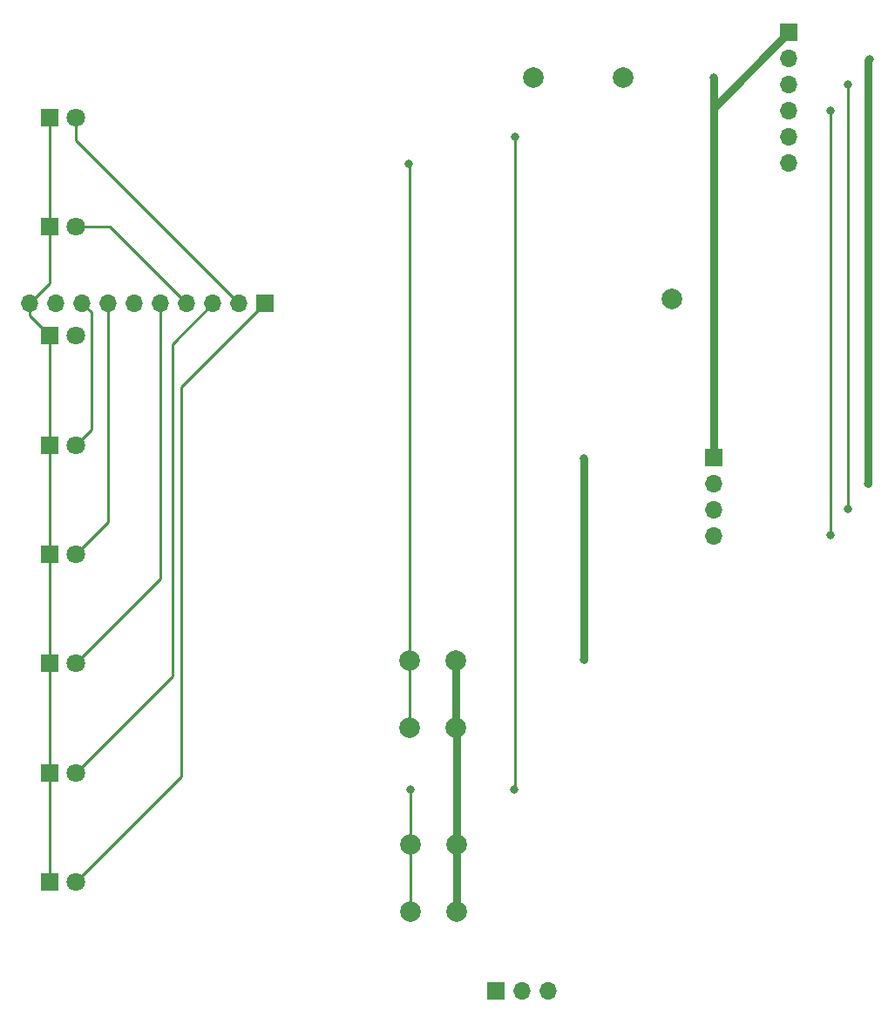
<source format=gtl>
G04 #@! TF.GenerationSoftware,KiCad,Pcbnew,6.0.11-2627ca5db0~126~ubuntu22.04.1*
G04 #@! TF.CreationDate,2023-06-25T15:34:26+01:00*
G04 #@! TF.ProjectId,ui_daughterboard,75695f64-6175-4676-9874-6572626f6172,rev?*
G04 #@! TF.SameCoordinates,Original*
G04 #@! TF.FileFunction,Copper,L1,Top*
G04 #@! TF.FilePolarity,Positive*
%FSLAX46Y46*%
G04 Gerber Fmt 4.6, Leading zero omitted, Abs format (unit mm)*
G04 Created by KiCad (PCBNEW 6.0.11-2627ca5db0~126~ubuntu22.04.1) date 2023-06-25 15:34:26*
%MOMM*%
%LPD*%
G01*
G04 APERTURE LIST*
G04 #@! TA.AperFunction,ComponentPad*
%ADD10C,2.000000*%
G04 #@! TD*
G04 #@! TA.AperFunction,ComponentPad*
%ADD11R,1.800000X1.800000*%
G04 #@! TD*
G04 #@! TA.AperFunction,ComponentPad*
%ADD12C,1.800000*%
G04 #@! TD*
G04 #@! TA.AperFunction,ComponentPad*
%ADD13R,1.700000X1.700000*%
G04 #@! TD*
G04 #@! TA.AperFunction,ComponentPad*
%ADD14O,1.700000X1.700000*%
G04 #@! TD*
G04 #@! TA.AperFunction,ViaPad*
%ADD15C,0.800000*%
G04 #@! TD*
G04 #@! TA.AperFunction,Conductor*
%ADD16C,0.250000*%
G04 #@! TD*
G04 #@! TA.AperFunction,Conductor*
%ADD17C,0.750000*%
G04 #@! TD*
G04 APERTURE END LIST*
D10*
X110510000Y-79310000D03*
X119240000Y-79310000D03*
D11*
X63545000Y-125621428D03*
D12*
X66085000Y-125621428D03*
D10*
X102950000Y-135940000D03*
X102950000Y-142440000D03*
X98450000Y-142440000D03*
X98450000Y-135940000D03*
X103050000Y-153810000D03*
X103050000Y-160310000D03*
X98550000Y-160310000D03*
X98550000Y-153810000D03*
X124000000Y-100800000D03*
D13*
X128050000Y-116230000D03*
D14*
X128050000Y-118770000D03*
X128050000Y-121310000D03*
X128050000Y-123850000D03*
X61615000Y-101240000D03*
X64155000Y-101240000D03*
X66695000Y-101240000D03*
X69235000Y-101240000D03*
X71775000Y-101240000D03*
X74315000Y-101240000D03*
X76855000Y-101240000D03*
X79395000Y-101240000D03*
X81935000Y-101240000D03*
D13*
X84475000Y-101240000D03*
X135350000Y-74940000D03*
D14*
X135350000Y-77480000D03*
X135350000Y-80020000D03*
X135350000Y-82560000D03*
X135350000Y-85100000D03*
X135350000Y-87640000D03*
D11*
X63545000Y-83170000D03*
D12*
X66085000Y-83170000D03*
D11*
X63545000Y-93782857D03*
D12*
X66085000Y-93782857D03*
D11*
X63545000Y-104395714D03*
D12*
X66085000Y-104395714D03*
D11*
X63545000Y-115008571D03*
D12*
X66085000Y-115008571D03*
D11*
X63545000Y-136234285D03*
D12*
X66085000Y-136234285D03*
D11*
X63545000Y-146847142D03*
D12*
X66085000Y-146847142D03*
X66085000Y-157460000D03*
D11*
X63545000Y-157460000D03*
D13*
X106850000Y-168040000D03*
D14*
X109390000Y-168040000D03*
X111930000Y-168040000D03*
D15*
X128050000Y-79290000D03*
X143170000Y-77500000D03*
X143050000Y-118760000D03*
X141110000Y-80030000D03*
X141060000Y-121210000D03*
X139370000Y-82500000D03*
X139380000Y-123740000D03*
X115390000Y-116270000D03*
X115390000Y-135900000D03*
X98380000Y-87680000D03*
X98610000Y-148480000D03*
X108720000Y-85050000D03*
X108680000Y-148460000D03*
D16*
X84475000Y-101240000D02*
X76340000Y-109375000D01*
X76340000Y-109375000D02*
X76340000Y-147205000D01*
X76340000Y-147205000D02*
X66085000Y-157460000D01*
X66085000Y-146847142D02*
X75440000Y-137492142D01*
X75440000Y-137492142D02*
X75440000Y-105195000D01*
X75440000Y-105195000D02*
X79395000Y-101240000D01*
D17*
X128050000Y-82240000D02*
X128050000Y-79290000D01*
X128050000Y-116230000D02*
X128050000Y-82240000D01*
X128050000Y-82240000D02*
X135350000Y-74940000D01*
X143050000Y-118760000D02*
X143050000Y-77620000D01*
D16*
X143050000Y-77620000D02*
X143170000Y-77500000D01*
X141060000Y-80080000D02*
X141110000Y-80030000D01*
X141060000Y-121210000D02*
X141060000Y-80080000D01*
X139380000Y-123740000D02*
X139380000Y-82510000D01*
X139380000Y-82510000D02*
X139370000Y-82500000D01*
D17*
X115390000Y-135900000D02*
X115390000Y-116270000D01*
D16*
X98450000Y-87750000D02*
X98380000Y-87680000D01*
X98450000Y-135940000D02*
X98450000Y-87750000D01*
X98450000Y-142440000D02*
X98450000Y-135940000D01*
X108680000Y-148460000D02*
X108720000Y-148420000D01*
X98550000Y-148540000D02*
X98610000Y-148480000D01*
X98550000Y-153810000D02*
X98550000Y-148540000D01*
X108720000Y-148420000D02*
X108720000Y-85050000D01*
X98550000Y-160310000D02*
X98550000Y-153810000D01*
D17*
X103050000Y-160310000D02*
X103050000Y-153810000D01*
X102950000Y-142440000D02*
X102950000Y-135940000D01*
X103050000Y-153810000D02*
X103050000Y-142540000D01*
D16*
X74315000Y-101240000D02*
X74315000Y-128004285D01*
X74315000Y-128004285D02*
X66085000Y-136234285D01*
X69235000Y-101240000D02*
X69235000Y-122471428D01*
X69235000Y-122471428D02*
X66085000Y-125621428D01*
X66695000Y-101240000D02*
X67545000Y-102090000D01*
X67545000Y-102090000D02*
X67545000Y-113548571D01*
X67545000Y-113548571D02*
X66085000Y-115008571D01*
X66085000Y-93782857D02*
X69397857Y-93782857D01*
X69397857Y-93782857D02*
X76855000Y-101240000D01*
X66085000Y-83170000D02*
X66085000Y-85390000D01*
X66085000Y-85390000D02*
X81935000Y-101240000D01*
X63545000Y-146847142D02*
X63545000Y-157460000D01*
X63545000Y-136234285D02*
X63545000Y-146847142D01*
X63545000Y-125621428D02*
X63545000Y-136234285D01*
X63545000Y-115008571D02*
X63545000Y-125621428D01*
X63545000Y-104395714D02*
X63545000Y-115008571D01*
X61615000Y-101240000D02*
X61615000Y-102465714D01*
X61615000Y-102465714D02*
X63545000Y-104395714D01*
X63545000Y-93782857D02*
X63545000Y-99310000D01*
X63545000Y-99310000D02*
X61615000Y-101240000D01*
X63545000Y-83170000D02*
X63545000Y-93782857D01*
M02*

</source>
